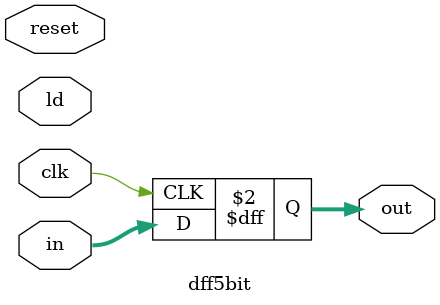
<source format=v>
`timescale 1ns / 1ps

//module dff5bit(
//input ld,
//input clk,
//input reset,
//input [5:0] in,
//output reg [5:0] out
//    );
   
//   always@(posedge clk)
//   begin
//        out <= in;
//   end

//endmodule

module dff5bit(
input ld,
input clk,
input reset,
input [5:0] in,
output reg [5:0] out
    );
   
   always@(posedge clk)
   begin
        out <= in;
   end

endmodule
</source>
